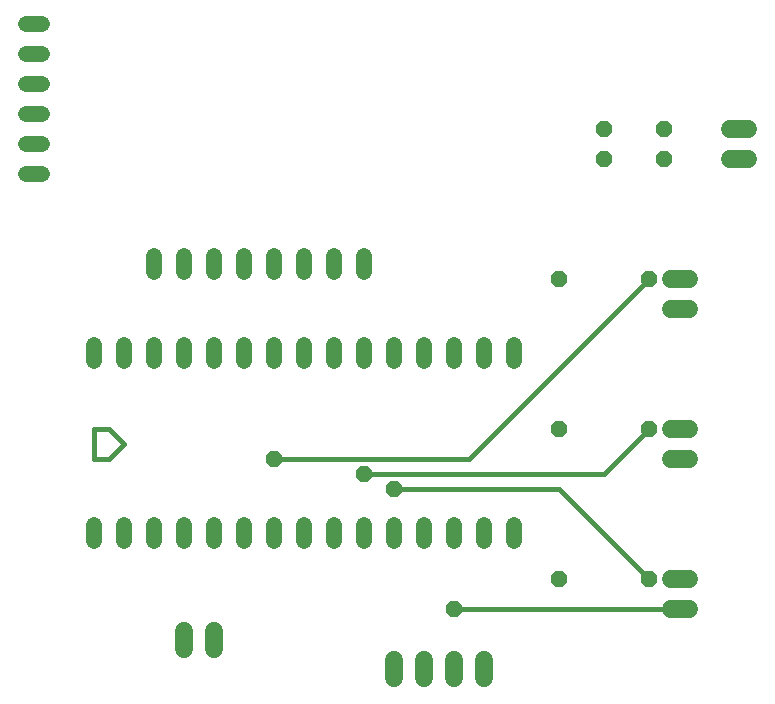
<source format=gbr>
G04 EAGLE Gerber RS-274X export*
G75*
%MOMM*%
%FSLAX34Y34*%
%LPD*%
%INTop Copper*%
%IPPOS*%
%AMOC8*
5,1,8,0,0,1.08239X$1,22.5*%
G01*
%ADD10C,1.320800*%
%ADD11C,1.524000*%
%ADD12P,1.429621X8X202.500000*%
%ADD13C,1.508000*%
%ADD14P,1.429621X8X22.500000*%
%ADD15P,1.461226X8X22.500000*%
%ADD16C,0.406400*%


D10*
X457300Y299704D02*
X457300Y286496D01*
X431900Y286496D02*
X431900Y299704D01*
X406500Y299704D02*
X406500Y286496D01*
X381100Y286496D02*
X381100Y299704D01*
X355700Y299704D02*
X355700Y286496D01*
X330300Y286496D02*
X330300Y299704D01*
X304900Y299704D02*
X304900Y286496D01*
X279500Y286496D02*
X279500Y299704D01*
X254100Y299704D02*
X254100Y286496D01*
X228700Y286496D02*
X228700Y299704D01*
X203300Y299704D02*
X203300Y286496D01*
X177900Y286496D02*
X177900Y299704D01*
X152500Y299704D02*
X152500Y286496D01*
X127100Y286496D02*
X127100Y299704D01*
X101700Y299704D02*
X101700Y286496D01*
X101700Y147304D02*
X101700Y134096D01*
X127100Y134096D02*
X127100Y147304D01*
X152500Y147304D02*
X152500Y134096D01*
X177900Y134096D02*
X177900Y147304D01*
X203300Y147304D02*
X203300Y134096D01*
X228700Y134096D02*
X228700Y147304D01*
X254100Y147304D02*
X254100Y134096D01*
X279500Y134096D02*
X279500Y147304D01*
X304900Y147304D02*
X304900Y134096D01*
X330300Y134096D02*
X330300Y147304D01*
X355700Y147304D02*
X355700Y134096D01*
X381100Y134096D02*
X381100Y147304D01*
X406500Y147304D02*
X406500Y134096D01*
X431900Y134096D02*
X431900Y147304D01*
X457300Y147304D02*
X457300Y134096D01*
D11*
X590280Y101400D02*
X605520Y101400D01*
X605520Y76400D02*
X590280Y76400D01*
D12*
X571500Y101600D03*
X495300Y101600D03*
D11*
X590280Y228400D02*
X605520Y228400D01*
X605520Y203400D02*
X590280Y203400D01*
D12*
X571500Y228600D03*
X495300Y228600D03*
D11*
X590280Y355400D02*
X605520Y355400D01*
X605520Y330400D02*
X590280Y330400D01*
D12*
X571500Y355600D03*
X495300Y355600D03*
D10*
X152400Y361696D02*
X152400Y374904D01*
X177800Y374904D02*
X177800Y361696D01*
X203200Y361696D02*
X203200Y374904D01*
X228600Y374904D02*
X228600Y361696D01*
X254000Y361696D02*
X254000Y374904D01*
X279400Y374904D02*
X279400Y361696D01*
X304800Y361696D02*
X304800Y374904D01*
X330200Y374904D02*
X330200Y361696D01*
D13*
X640160Y457200D02*
X655240Y457200D01*
X655240Y482600D02*
X640160Y482600D01*
D10*
X57404Y571500D02*
X44196Y571500D01*
X44196Y546100D02*
X57404Y546100D01*
X57404Y520700D02*
X44196Y520700D01*
X44196Y495300D02*
X57404Y495300D01*
X57404Y469900D02*
X44196Y469900D01*
X44196Y444500D02*
X57404Y444500D01*
D11*
X431800Y33020D02*
X431800Y17780D01*
X406400Y17780D02*
X406400Y33020D01*
X381000Y33020D02*
X381000Y17780D01*
X355600Y17780D02*
X355600Y33020D01*
D14*
X584200Y457200D03*
X533400Y457200D03*
D12*
X533400Y482600D03*
X584200Y482600D03*
D11*
X203000Y57420D02*
X203000Y42180D01*
X178000Y42180D02*
X178000Y57420D01*
D15*
X406400Y76200D03*
D16*
X597700Y76200D01*
X597900Y76400D01*
X571500Y101600D02*
X495300Y177800D01*
X355600Y177800D01*
D15*
X355600Y177800D03*
D16*
X533400Y190500D02*
X571500Y228600D01*
X533400Y190500D02*
X330200Y190500D01*
D15*
X330200Y190500D03*
D16*
X419100Y203200D02*
X571500Y355600D01*
X419100Y203200D02*
X254000Y203200D01*
D15*
X254000Y203200D03*
D16*
X114300Y203200D02*
X101600Y203200D01*
X114300Y203200D02*
X127000Y215900D01*
X114300Y228600D01*
X101600Y228600D01*
X101600Y203200D01*
M02*

</source>
